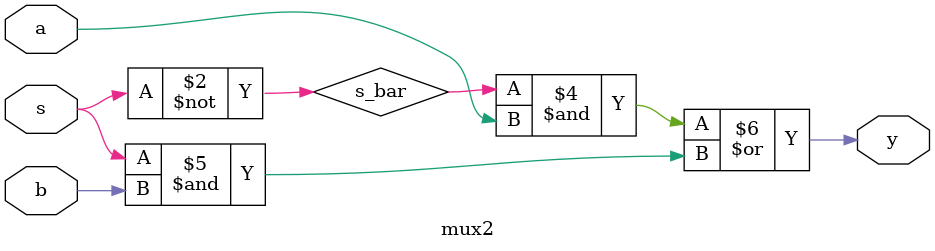
<source format=sv>
`timescale 1ns/1ps
`default_nettype none

module mux2(a, b, s, y);

    input a, b, s;
    output logic y; // the last or logic

    // Below is "STRUCTURAL" verilog - explicit hardware

    // inverters: ~
    logic s_bar;
    always_comb s_bar = ~s;

    // logic was declared up top.
    always_comb y = (s_bar & a) | (s & b);

endmodule
</source>
